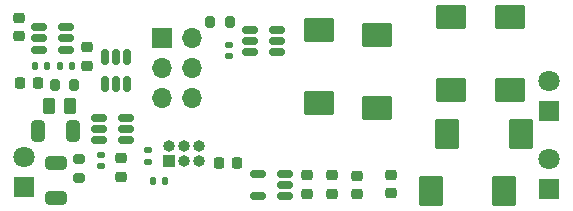
<source format=gbr>
%TF.GenerationSoftware,KiCad,Pcbnew,7.0.6*%
%TF.CreationDate,2024-01-08T15:45:08+11:00*%
%TF.ProjectId,turbidity_sensor_v2,74757262-6964-4697-9479-5f73656e736f,0.1.0*%
%TF.SameCoordinates,Original*%
%TF.FileFunction,Soldermask,Bot*%
%TF.FilePolarity,Negative*%
%FSLAX46Y46*%
G04 Gerber Fmt 4.6, Leading zero omitted, Abs format (unit mm)*
G04 Created by KiCad (PCBNEW 7.0.6) date 2024-01-08 15:45:08*
%MOMM*%
%LPD*%
G01*
G04 APERTURE LIST*
G04 Aperture macros list*
%AMRoundRect*
0 Rectangle with rounded corners*
0 $1 Rounding radius*
0 $2 $3 $4 $5 $6 $7 $8 $9 X,Y pos of 4 corners*
0 Add a 4 corners polygon primitive as box body*
4,1,4,$2,$3,$4,$5,$6,$7,$8,$9,$2,$3,0*
0 Add four circle primitives for the rounded corners*
1,1,$1+$1,$2,$3*
1,1,$1+$1,$4,$5*
1,1,$1+$1,$6,$7*
1,1,$1+$1,$8,$9*
0 Add four rect primitives between the rounded corners*
20,1,$1+$1,$2,$3,$4,$5,0*
20,1,$1+$1,$4,$5,$6,$7,0*
20,1,$1+$1,$6,$7,$8,$9,0*
20,1,$1+$1,$8,$9,$2,$3,0*%
G04 Aperture macros list end*
%ADD10RoundRect,0.135000X-0.185000X0.135000X-0.185000X-0.135000X0.185000X-0.135000X0.185000X0.135000X0*%
%ADD11RoundRect,0.135000X0.135000X0.185000X-0.135000X0.185000X-0.135000X-0.185000X0.135000X-0.185000X0*%
%ADD12R,1.000000X1.000000*%
%ADD13O,1.000000X1.000000*%
%ADD14R,1.800000X1.800000*%
%ADD15C,1.800000*%
%ADD16R,1.700000X1.700000*%
%ADD17O,1.700000X1.700000*%
%ADD18RoundRect,0.200000X0.200000X0.275000X-0.200000X0.275000X-0.200000X-0.275000X0.200000X-0.275000X0*%
%ADD19RoundRect,0.250000X-1.025000X0.787500X-1.025000X-0.787500X1.025000X-0.787500X1.025000X0.787500X0*%
%ADD20RoundRect,0.150000X0.512500X0.150000X-0.512500X0.150000X-0.512500X-0.150000X0.512500X-0.150000X0*%
%ADD21RoundRect,0.225000X-0.250000X0.225000X-0.250000X-0.225000X0.250000X-0.225000X0.250000X0.225000X0*%
%ADD22RoundRect,0.250000X0.325000X0.650000X-0.325000X0.650000X-0.325000X-0.650000X0.325000X-0.650000X0*%
%ADD23RoundRect,0.225000X-0.225000X-0.250000X0.225000X-0.250000X0.225000X0.250000X-0.225000X0.250000X0*%
%ADD24RoundRect,0.250000X-0.650000X0.325000X-0.650000X-0.325000X0.650000X-0.325000X0.650000X0.325000X0*%
%ADD25RoundRect,0.225000X0.250000X-0.225000X0.250000X0.225000X-0.250000X0.225000X-0.250000X-0.225000X0*%
%ADD26RoundRect,0.150000X-0.512500X-0.150000X0.512500X-0.150000X0.512500X0.150000X-0.512500X0.150000X0*%
%ADD27RoundRect,0.250000X-0.262500X-0.450000X0.262500X-0.450000X0.262500X0.450000X-0.262500X0.450000X0*%
%ADD28RoundRect,0.150000X0.150000X-0.512500X0.150000X0.512500X-0.150000X0.512500X-0.150000X-0.512500X0*%
%ADD29RoundRect,0.250000X0.787500X1.025000X-0.787500X1.025000X-0.787500X-1.025000X0.787500X-1.025000X0*%
%ADD30RoundRect,0.140000X0.170000X-0.140000X0.170000X0.140000X-0.170000X0.140000X-0.170000X-0.140000X0*%
%ADD31RoundRect,0.140000X-0.170000X0.140000X-0.170000X-0.140000X0.170000X-0.140000X0.170000X0.140000X0*%
%ADD32RoundRect,0.200000X0.275000X-0.200000X0.275000X0.200000X-0.275000X0.200000X-0.275000X-0.200000X0*%
G04 APERTURE END LIST*
D10*
%TO.C,R28*%
X111744871Y-112182415D03*
X111744871Y-113202415D03*
%TD*%
D11*
%TO.C,R27*%
X113200378Y-114833041D03*
X112180378Y-114833041D03*
%TD*%
D12*
%TO.C,J1*%
X113462636Y-113082428D03*
D13*
X113462636Y-111812428D03*
X114732636Y-113082428D03*
X114732636Y-111812428D03*
X116002636Y-113082428D03*
X116002636Y-111812428D03*
%TD*%
D14*
%TO.C,D3*%
X145658563Y-108880210D03*
D15*
X145658563Y-106340210D03*
%TD*%
D14*
%TO.C,D2*%
X101251799Y-115329787D03*
D15*
X101251799Y-112789787D03*
%TD*%
D16*
%TO.C,J2*%
X112931610Y-102661401D03*
D17*
X115471610Y-102661401D03*
X112931610Y-105201401D03*
X115471610Y-105201401D03*
X112931610Y-107741401D03*
X115471610Y-107741401D03*
%TD*%
D14*
%TO.C,D1*%
X145658563Y-115439646D03*
D15*
X145658563Y-112899646D03*
%TD*%
D18*
%TO.C,R3*%
X118626044Y-101328006D03*
X116976044Y-101328006D03*
%TD*%
D19*
%TO.C,C9*%
X126225915Y-101972873D03*
X126225915Y-108197873D03*
%TD*%
D20*
%TO.C,U4*%
X123297787Y-114180984D03*
X123297787Y-115130984D03*
X123297787Y-116080984D03*
X121022787Y-116080984D03*
X121022787Y-114180984D03*
%TD*%
D21*
%TO.C,C7*%
X127322719Y-114301764D03*
X127322719Y-115851764D03*
%TD*%
D22*
%TO.C,C36*%
X105334460Y-110570944D03*
X102384460Y-110570944D03*
%TD*%
D23*
%TO.C,C10*%
X117698575Y-113226425D03*
X119248575Y-113226425D03*
%TD*%
D20*
%TO.C,U9*%
X104774685Y-101776533D03*
X104774685Y-102726533D03*
X104774685Y-103676533D03*
X102499685Y-103676533D03*
X102499685Y-102726533D03*
X102499685Y-101776533D03*
%TD*%
D24*
%TO.C,C17*%
X103947061Y-113296863D03*
X103947061Y-116246863D03*
%TD*%
D21*
%TO.C,C21*%
X100820230Y-100952848D03*
X100820230Y-102502848D03*
%TD*%
D25*
%TO.C,C22*%
X106524944Y-105038488D03*
X106524944Y-103488488D03*
%TD*%
D19*
%TO.C,C11*%
X131107077Y-102407446D03*
X131107077Y-108632446D03*
%TD*%
D21*
%TO.C,C2*%
X132295440Y-114258082D03*
X132295440Y-115808082D03*
%TD*%
D26*
%TO.C,U2*%
X120330417Y-103895681D03*
X120330417Y-102945681D03*
X120330417Y-101995681D03*
X122605417Y-101995681D03*
X122605417Y-102945681D03*
X122605417Y-103895681D03*
%TD*%
D27*
%TO.C,R19*%
X103329100Y-108440203D03*
X105154100Y-108440203D03*
%TD*%
D19*
%TO.C,C39*%
X137335328Y-100880298D03*
X137335328Y-107105298D03*
%TD*%
D28*
%TO.C,U5*%
X109980397Y-106543265D03*
X109030397Y-106543265D03*
X108080397Y-106543265D03*
X108080397Y-104268265D03*
X109030397Y-104268265D03*
X109980397Y-104268265D03*
%TD*%
D21*
%TO.C,C4*%
X129447227Y-114329735D03*
X129447227Y-115879735D03*
%TD*%
D11*
%TO.C,R12*%
X105255020Y-105028794D03*
X104235020Y-105028794D03*
%TD*%
D21*
%TO.C,C8*%
X125156554Y-114321139D03*
X125156554Y-115871139D03*
%TD*%
D29*
%TO.C,C38*%
X141864765Y-115629643D03*
X135639765Y-115629643D03*
%TD*%
D19*
%TO.C,C12*%
X142367000Y-100900500D03*
X142367000Y-107125500D03*
%TD*%
D30*
%TO.C,C1*%
X118554586Y-104230574D03*
X118554586Y-103270574D03*
%TD*%
D31*
%TO.C,C14*%
X107700155Y-112553626D03*
X107700155Y-113513626D03*
%TD*%
D32*
%TO.C,R8*%
X105857151Y-114556063D03*
X105857151Y-112906063D03*
%TD*%
D11*
%TO.C,R11*%
X103134799Y-105028794D03*
X102114799Y-105028794D03*
%TD*%
D21*
%TO.C,C15*%
X109396527Y-112878238D03*
X109396527Y-114428238D03*
%TD*%
D20*
%TO.C,U8*%
X109816436Y-109435368D03*
X109816436Y-110385368D03*
X109816436Y-111335368D03*
X107541436Y-111335368D03*
X107541436Y-110385368D03*
X107541436Y-109435368D03*
%TD*%
D18*
%TO.C,R20*%
X105490760Y-106703204D03*
X103840760Y-106703204D03*
%TD*%
D23*
%TO.C,C20*%
X100880921Y-106455176D03*
X102430921Y-106455176D03*
%TD*%
D29*
%TO.C,C19*%
X143288413Y-110813323D03*
X137063413Y-110813323D03*
%TD*%
M02*

</source>
